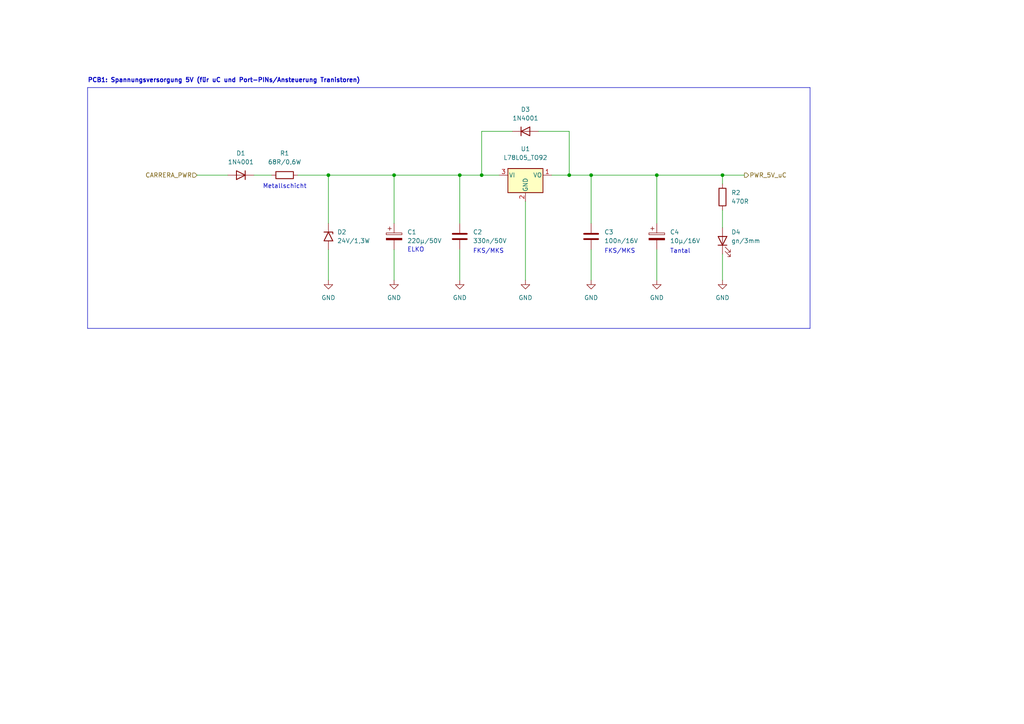
<source format=kicad_sch>
(kicad_sch
	(version 20231120)
	(generator "eeschema")
	(generator_version "8.0")
	(uuid "db370726-aab9-4a45-9583-0b3fb8d3f5f2")
	(paper "A4")
	(title_block
		(title "Carrera Start-Ampel \"Bäre(n)keller\"")
		(date "2023-01-10")
		(rev "1.0")
		(company "Andreas Wahl - Welzheim")
		(comment 1 "https://www.andreas-wahl.de/")
		(comment 4 "LICENSE: Attribution-NonCommercial-NoDerivatives 4.0 International (CC BY-NC-ND 4.0) ")
	)
	(lib_symbols
		(symbol "1N4001_1"
			(pin_numbers hide)
			(pin_names hide)
			(exclude_from_sim no)
			(in_bom yes)
			(on_board yes)
			(property "Reference" "D"
				(at 0 2.54 0)
				(effects
					(font
						(size 1.27 1.27)
					)
				)
			)
			(property "Value" "1N4001"
				(at 0 -2.54 0)
				(effects
					(font
						(size 1.27 1.27)
					)
				)
			)
			(property "Footprint" "Diode_THT:D_DO-41_SOD81_P10.16mm_Horizontal"
				(at 0 0 0)
				(effects
					(font
						(size 1.27 1.27)
					)
					(hide yes)
				)
			)
			(property "Datasheet" "http://www.vishay.com/docs/88503/1n4001.pdf"
				(at 0 0 0)
				(effects
					(font
						(size 1.27 1.27)
					)
					(hide yes)
				)
			)
			(property "Description" "50V 1A General Purpose Rectifier Diode, DO-41"
				(at 0 0 0)
				(effects
					(font
						(size 1.27 1.27)
					)
					(hide yes)
				)
			)
			(property "Sim.Device" "D"
				(at 0 0 0)
				(effects
					(font
						(size 1.27 1.27)
					)
					(hide yes)
				)
			)
			(property "Sim.Pins" "1=K 2=A"
				(at 0 0 0)
				(effects
					(font
						(size 1.27 1.27)
					)
					(hide yes)
				)
			)
			(property "ki_keywords" "diode"
				(at 0 0 0)
				(effects
					(font
						(size 1.27 1.27)
					)
					(hide yes)
				)
			)
			(property "ki_fp_filters" "D*DO?41*"
				(at 0 0 0)
				(effects
					(font
						(size 1.27 1.27)
					)
					(hide yes)
				)
			)
			(symbol "1N4001_1_0_1"
				(polyline
					(pts
						(xy -1.27 1.27) (xy -1.27 -1.27)
					)
					(stroke
						(width 0.254)
						(type default)
					)
					(fill
						(type none)
					)
				)
				(polyline
					(pts
						(xy 1.27 0) (xy -1.27 0)
					)
					(stroke
						(width 0)
						(type default)
					)
					(fill
						(type none)
					)
				)
				(polyline
					(pts
						(xy 1.27 1.27) (xy 1.27 -1.27) (xy -1.27 0) (xy 1.27 1.27)
					)
					(stroke
						(width 0.254)
						(type default)
					)
					(fill
						(type none)
					)
				)
			)
			(symbol "1N4001_1_1_1"
				(pin passive line
					(at -3.81 0 0)
					(length 2.54)
					(name "K"
						(effects
							(font
								(size 1.27 1.27)
							)
						)
					)
					(number "1"
						(effects
							(font
								(size 1.27 1.27)
							)
						)
					)
				)
				(pin passive line
					(at 3.81 0 180)
					(length 2.54)
					(name "A"
						(effects
							(font
								(size 1.27 1.27)
							)
						)
					)
					(number "2"
						(effects
							(font
								(size 1.27 1.27)
							)
						)
					)
				)
			)
		)
		(symbol "Device:C"
			(pin_numbers hide)
			(pin_names
				(offset 0.254)
			)
			(exclude_from_sim no)
			(in_bom yes)
			(on_board yes)
			(property "Reference" "C"
				(at 0.635 2.54 0)
				(effects
					(font
						(size 1.27 1.27)
					)
					(justify left)
				)
			)
			(property "Value" "C"
				(at 0.635 -2.54 0)
				(effects
					(font
						(size 1.27 1.27)
					)
					(justify left)
				)
			)
			(property "Footprint" ""
				(at 0.9652 -3.81 0)
				(effects
					(font
						(size 1.27 1.27)
					)
					(hide yes)
				)
			)
			(property "Datasheet" "~"
				(at 0 0 0)
				(effects
					(font
						(size 1.27 1.27)
					)
					(hide yes)
				)
			)
			(property "Description" "Unpolarized capacitor"
				(at 0 0 0)
				(effects
					(font
						(size 1.27 1.27)
					)
					(hide yes)
				)
			)
			(property "ki_keywords" "cap capacitor"
				(at 0 0 0)
				(effects
					(font
						(size 1.27 1.27)
					)
					(hide yes)
				)
			)
			(property "ki_fp_filters" "C_*"
				(at 0 0 0)
				(effects
					(font
						(size 1.27 1.27)
					)
					(hide yes)
				)
			)
			(symbol "C_0_1"
				(polyline
					(pts
						(xy -2.032 -0.762) (xy 2.032 -0.762)
					)
					(stroke
						(width 0.508)
						(type default)
					)
					(fill
						(type none)
					)
				)
				(polyline
					(pts
						(xy -2.032 0.762) (xy 2.032 0.762)
					)
					(stroke
						(width 0.508)
						(type default)
					)
					(fill
						(type none)
					)
				)
			)
			(symbol "C_1_1"
				(pin passive line
					(at 0 3.81 270)
					(length 2.794)
					(name "~"
						(effects
							(font
								(size 1.27 1.27)
							)
						)
					)
					(number "1"
						(effects
							(font
								(size 1.27 1.27)
							)
						)
					)
				)
				(pin passive line
					(at 0 -3.81 90)
					(length 2.794)
					(name "~"
						(effects
							(font
								(size 1.27 1.27)
							)
						)
					)
					(number "2"
						(effects
							(font
								(size 1.27 1.27)
							)
						)
					)
				)
			)
		)
		(symbol "Device:C_Polarized"
			(pin_numbers hide)
			(pin_names
				(offset 0.254)
			)
			(exclude_from_sim no)
			(in_bom yes)
			(on_board yes)
			(property "Reference" "C"
				(at 0.635 2.54 0)
				(effects
					(font
						(size 1.27 1.27)
					)
					(justify left)
				)
			)
			(property "Value" "C_Polarized"
				(at 0.635 -2.54 0)
				(effects
					(font
						(size 1.27 1.27)
					)
					(justify left)
				)
			)
			(property "Footprint" ""
				(at 0.9652 -3.81 0)
				(effects
					(font
						(size 1.27 1.27)
					)
					(hide yes)
				)
			)
			(property "Datasheet" "~"
				(at 0 0 0)
				(effects
					(font
						(size 1.27 1.27)
					)
					(hide yes)
				)
			)
			(property "Description" "Polarized capacitor"
				(at 0 0 0)
				(effects
					(font
						(size 1.27 1.27)
					)
					(hide yes)
				)
			)
			(property "ki_keywords" "cap capacitor"
				(at 0 0 0)
				(effects
					(font
						(size 1.27 1.27)
					)
					(hide yes)
				)
			)
			(property "ki_fp_filters" "CP_*"
				(at 0 0 0)
				(effects
					(font
						(size 1.27 1.27)
					)
					(hide yes)
				)
			)
			(symbol "C_Polarized_0_1"
				(rectangle
					(start -2.286 0.508)
					(end 2.286 1.016)
					(stroke
						(width 0)
						(type default)
					)
					(fill
						(type none)
					)
				)
				(polyline
					(pts
						(xy -1.778 2.286) (xy -0.762 2.286)
					)
					(stroke
						(width 0)
						(type default)
					)
					(fill
						(type none)
					)
				)
				(polyline
					(pts
						(xy -1.27 2.794) (xy -1.27 1.778)
					)
					(stroke
						(width 0)
						(type default)
					)
					(fill
						(type none)
					)
				)
				(rectangle
					(start 2.286 -0.508)
					(end -2.286 -1.016)
					(stroke
						(width 0)
						(type default)
					)
					(fill
						(type outline)
					)
				)
			)
			(symbol "C_Polarized_1_1"
				(pin passive line
					(at 0 3.81 270)
					(length 2.794)
					(name "~"
						(effects
							(font
								(size 1.27 1.27)
							)
						)
					)
					(number "1"
						(effects
							(font
								(size 1.27 1.27)
							)
						)
					)
				)
				(pin passive line
					(at 0 -3.81 90)
					(length 2.794)
					(name "~"
						(effects
							(font
								(size 1.27 1.27)
							)
						)
					)
					(number "2"
						(effects
							(font
								(size 1.27 1.27)
							)
						)
					)
				)
			)
		)
		(symbol "Device:LED"
			(pin_numbers hide)
			(pin_names
				(offset 1.016) hide)
			(exclude_from_sim no)
			(in_bom yes)
			(on_board yes)
			(property "Reference" "D"
				(at 0 2.54 0)
				(effects
					(font
						(size 1.27 1.27)
					)
				)
			)
			(property "Value" "LED"
				(at 0 -2.54 0)
				(effects
					(font
						(size 1.27 1.27)
					)
				)
			)
			(property "Footprint" ""
				(at 0 0 0)
				(effects
					(font
						(size 1.27 1.27)
					)
					(hide yes)
				)
			)
			(property "Datasheet" "~"
				(at 0 0 0)
				(effects
					(font
						(size 1.27 1.27)
					)
					(hide yes)
				)
			)
			(property "Description" "Light emitting diode"
				(at 0 0 0)
				(effects
					(font
						(size 1.27 1.27)
					)
					(hide yes)
				)
			)
			(property "ki_keywords" "LED diode"
				(at 0 0 0)
				(effects
					(font
						(size 1.27 1.27)
					)
					(hide yes)
				)
			)
			(property "ki_fp_filters" "LED* LED_SMD:* LED_THT:*"
				(at 0 0 0)
				(effects
					(font
						(size 1.27 1.27)
					)
					(hide yes)
				)
			)
			(symbol "LED_0_1"
				(polyline
					(pts
						(xy -1.27 -1.27) (xy -1.27 1.27)
					)
					(stroke
						(width 0.254)
						(type default)
					)
					(fill
						(type none)
					)
				)
				(polyline
					(pts
						(xy -1.27 0) (xy 1.27 0)
					)
					(stroke
						(width 0)
						(type default)
					)
					(fill
						(type none)
					)
				)
				(polyline
					(pts
						(xy 1.27 -1.27) (xy 1.27 1.27) (xy -1.27 0) (xy 1.27 -1.27)
					)
					(stroke
						(width 0.254)
						(type default)
					)
					(fill
						(type none)
					)
				)
				(polyline
					(pts
						(xy -3.048 -0.762) (xy -4.572 -2.286) (xy -3.81 -2.286) (xy -4.572 -2.286) (xy -4.572 -1.524)
					)
					(stroke
						(width 0)
						(type default)
					)
					(fill
						(type none)
					)
				)
				(polyline
					(pts
						(xy -1.778 -0.762) (xy -3.302 -2.286) (xy -2.54 -2.286) (xy -3.302 -2.286) (xy -3.302 -1.524)
					)
					(stroke
						(width 0)
						(type default)
					)
					(fill
						(type none)
					)
				)
			)
			(symbol "LED_1_1"
				(pin passive line
					(at -3.81 0 0)
					(length 2.54)
					(name "K"
						(effects
							(font
								(size 1.27 1.27)
							)
						)
					)
					(number "1"
						(effects
							(font
								(size 1.27 1.27)
							)
						)
					)
				)
				(pin passive line
					(at 3.81 0 180)
					(length 2.54)
					(name "A"
						(effects
							(font
								(size 1.27 1.27)
							)
						)
					)
					(number "2"
						(effects
							(font
								(size 1.27 1.27)
							)
						)
					)
				)
			)
		)
		(symbol "Device:R"
			(pin_numbers hide)
			(pin_names
				(offset 0)
			)
			(exclude_from_sim no)
			(in_bom yes)
			(on_board yes)
			(property "Reference" "R"
				(at 2.032 0 90)
				(effects
					(font
						(size 1.27 1.27)
					)
				)
			)
			(property "Value" "R"
				(at 0 0 90)
				(effects
					(font
						(size 1.27 1.27)
					)
				)
			)
			(property "Footprint" ""
				(at -1.778 0 90)
				(effects
					(font
						(size 1.27 1.27)
					)
					(hide yes)
				)
			)
			(property "Datasheet" "~"
				(at 0 0 0)
				(effects
					(font
						(size 1.27 1.27)
					)
					(hide yes)
				)
			)
			(property "Description" "Resistor"
				(at 0 0 0)
				(effects
					(font
						(size 1.27 1.27)
					)
					(hide yes)
				)
			)
			(property "ki_keywords" "R res resistor"
				(at 0 0 0)
				(effects
					(font
						(size 1.27 1.27)
					)
					(hide yes)
				)
			)
			(property "ki_fp_filters" "R_*"
				(at 0 0 0)
				(effects
					(font
						(size 1.27 1.27)
					)
					(hide yes)
				)
			)
			(symbol "R_0_1"
				(rectangle
					(start -1.016 -2.54)
					(end 1.016 2.54)
					(stroke
						(width 0.254)
						(type default)
					)
					(fill
						(type none)
					)
				)
			)
			(symbol "R_1_1"
				(pin passive line
					(at 0 3.81 270)
					(length 1.27)
					(name "~"
						(effects
							(font
								(size 1.27 1.27)
							)
						)
					)
					(number "1"
						(effects
							(font
								(size 1.27 1.27)
							)
						)
					)
				)
				(pin passive line
					(at 0 -3.81 90)
					(length 1.27)
					(name "~"
						(effects
							(font
								(size 1.27 1.27)
							)
						)
					)
					(number "2"
						(effects
							(font
								(size 1.27 1.27)
							)
						)
					)
				)
			)
		)
		(symbol "Diode:1N4001"
			(pin_numbers hide)
			(pin_names hide)
			(exclude_from_sim no)
			(in_bom yes)
			(on_board yes)
			(property "Reference" "D"
				(at 0 2.54 0)
				(effects
					(font
						(size 1.27 1.27)
					)
				)
			)
			(property "Value" "1N4001"
				(at 0 -2.54 0)
				(effects
					(font
						(size 1.27 1.27)
					)
				)
			)
			(property "Footprint" "Diode_THT:D_DO-41_SOD81_P10.16mm_Horizontal"
				(at 0 0 0)
				(effects
					(font
						(size 1.27 1.27)
					)
					(hide yes)
				)
			)
			(property "Datasheet" "http://www.vishay.com/docs/88503/1n4001.pdf"
				(at 0 0 0)
				(effects
					(font
						(size 1.27 1.27)
					)
					(hide yes)
				)
			)
			(property "Description" "50V 1A General Purpose Rectifier Diode, DO-41"
				(at 0 0 0)
				(effects
					(font
						(size 1.27 1.27)
					)
					(hide yes)
				)
			)
			(property "Sim.Device" "D"
				(at 0 0 0)
				(effects
					(font
						(size 1.27 1.27)
					)
					(hide yes)
				)
			)
			(property "Sim.Pins" "1=K 2=A"
				(at 0 0 0)
				(effects
					(font
						(size 1.27 1.27)
					)
					(hide yes)
				)
			)
			(property "ki_keywords" "diode"
				(at 0 0 0)
				(effects
					(font
						(size 1.27 1.27)
					)
					(hide yes)
				)
			)
			(property "ki_fp_filters" "D*DO?41*"
				(at 0 0 0)
				(effects
					(font
						(size 1.27 1.27)
					)
					(hide yes)
				)
			)
			(symbol "1N4001_0_1"
				(polyline
					(pts
						(xy -1.27 1.27) (xy -1.27 -1.27)
					)
					(stroke
						(width 0.254)
						(type default)
					)
					(fill
						(type none)
					)
				)
				(polyline
					(pts
						(xy 1.27 0) (xy -1.27 0)
					)
					(stroke
						(width 0)
						(type default)
					)
					(fill
						(type none)
					)
				)
				(polyline
					(pts
						(xy 1.27 1.27) (xy 1.27 -1.27) (xy -1.27 0) (xy 1.27 1.27)
					)
					(stroke
						(width 0.254)
						(type default)
					)
					(fill
						(type none)
					)
				)
			)
			(symbol "1N4001_1_1"
				(pin passive line
					(at -3.81 0 0)
					(length 2.54)
					(name "K"
						(effects
							(font
								(size 1.27 1.27)
							)
						)
					)
					(number "1"
						(effects
							(font
								(size 1.27 1.27)
							)
						)
					)
				)
				(pin passive line
					(at 3.81 0 180)
					(length 2.54)
					(name "A"
						(effects
							(font
								(size 1.27 1.27)
							)
						)
					)
					(number "2"
						(effects
							(font
								(size 1.27 1.27)
							)
						)
					)
				)
			)
		)
		(symbol "Regulator_Linear:L78L05_TO92"
			(pin_names
				(offset 0.254)
			)
			(exclude_from_sim no)
			(in_bom yes)
			(on_board yes)
			(property "Reference" "U"
				(at -3.81 3.175 0)
				(effects
					(font
						(size 1.27 1.27)
					)
				)
			)
			(property "Value" "L78L05_TO92"
				(at 0 3.175 0)
				(effects
					(font
						(size 1.27 1.27)
					)
					(justify left)
				)
			)
			(property "Footprint" "Package_TO_SOT_THT:TO-92_Inline"
				(at 0 5.715 0)
				(effects
					(font
						(size 1.27 1.27)
						(italic yes)
					)
					(hide yes)
				)
			)
			(property "Datasheet" "http://www.st.com/content/ccc/resource/technical/document/datasheet/15/55/e5/aa/23/5b/43/fd/CD00000446.pdf/files/CD00000446.pdf/jcr:content/translations/en.CD00000446.pdf"
				(at 0 -1.27 0)
				(effects
					(font
						(size 1.27 1.27)
					)
					(hide yes)
				)
			)
			(property "Description" "Positive 100mA 30V Linear Regulator, Fixed Output 5V, TO-92"
				(at 0 0 0)
				(effects
					(font
						(size 1.27 1.27)
					)
					(hide yes)
				)
			)
			(property "ki_keywords" "Voltage Regulator 100mA Positive"
				(at 0 0 0)
				(effects
					(font
						(size 1.27 1.27)
					)
					(hide yes)
				)
			)
			(property "ki_fp_filters" "TO?92*"
				(at 0 0 0)
				(effects
					(font
						(size 1.27 1.27)
					)
					(hide yes)
				)
			)
			(symbol "L78L05_TO92_0_1"
				(rectangle
					(start -5.08 -5.08)
					(end 5.08 1.905)
					(stroke
						(width 0.254)
						(type default)
					)
					(fill
						(type background)
					)
				)
			)
			(symbol "L78L05_TO92_1_1"
				(pin power_out line
					(at 7.62 0 180)
					(length 2.54)
					(name "VO"
						(effects
							(font
								(size 1.27 1.27)
							)
						)
					)
					(number "1"
						(effects
							(font
								(size 1.27 1.27)
							)
						)
					)
				)
				(pin power_in line
					(at 0 -7.62 90)
					(length 2.54)
					(name "GND"
						(effects
							(font
								(size 1.27 1.27)
							)
						)
					)
					(number "2"
						(effects
							(font
								(size 1.27 1.27)
							)
						)
					)
				)
				(pin power_in line
					(at -7.62 0 0)
					(length 2.54)
					(name "VI"
						(effects
							(font
								(size 1.27 1.27)
							)
						)
					)
					(number "3"
						(effects
							(font
								(size 1.27 1.27)
							)
						)
					)
				)
			)
		)
		(symbol "Wahl_Andreas:P6KE"
			(pin_numbers hide)
			(pin_names
				(offset 1.016) hide)
			(exclude_from_sim no)
			(in_bom yes)
			(on_board yes)
			(property "Reference" "D"
				(at 0 2.54 0)
				(effects
					(font
						(size 1.27 1.27)
					)
				)
			)
			(property "Value" "P6KE"
				(at 0 -2.54 0)
				(effects
					(font
						(size 1.27 1.27)
					)
				)
			)
			(property "Footprint" "Diode_THT:D_DO-15_P10.16mm_Horizontal"
				(at 0 -5.08 0)
				(effects
					(font
						(size 1.27 1.27)
					)
					(hide yes)
				)
			)
			(property "Datasheet" "https://www.vishay.com/docs/88369/p6ke.pdf"
				(at -1.27 -7.62 0)
				(effects
					(font
						(size 1.27 1.27)
					)
					(hide yes)
				)
			)
			(property "Description" "600W unidirectional TRANSZORB® Transient Voltage Suppressor, DO-15 (DO-204AC"
				(at 0 0 0)
				(effects
					(font
						(size 1.27 1.27)
					)
					(hide yes)
				)
			)
			(property "ki_keywords" "diode TVS voltage suppressor"
				(at 0 0 0)
				(effects
					(font
						(size 1.27 1.27)
					)
					(hide yes)
				)
			)
			(property "ki_fp_filters" "D?DO?201AE*"
				(at 0 0 0)
				(effects
					(font
						(size 1.27 1.27)
					)
					(hide yes)
				)
			)
			(symbol "P6KE_0_1"
				(polyline
					(pts
						(xy -0.762 1.27) (xy -1.27 1.27) (xy -1.27 -1.27)
					)
					(stroke
						(width 0.254)
						(type default)
					)
					(fill
						(type none)
					)
				)
				(polyline
					(pts
						(xy 1.27 1.27) (xy 1.27 -1.27) (xy -1.27 0) (xy 1.27 1.27)
					)
					(stroke
						(width 0.254)
						(type default)
					)
					(fill
						(type none)
					)
				)
			)
			(symbol "P6KE_1_1"
				(pin passive line
					(at -3.81 0 0)
					(length 2.54)
					(name "A1"
						(effects
							(font
								(size 1.27 1.27)
							)
						)
					)
					(number "1"
						(effects
							(font
								(size 1.27 1.27)
							)
						)
					)
				)
				(pin passive line
					(at 3.81 0 180)
					(length 2.54)
					(name "A2"
						(effects
							(font
								(size 1.27 1.27)
							)
						)
					)
					(number "2"
						(effects
							(font
								(size 1.27 1.27)
							)
						)
					)
				)
			)
		)
		(symbol "power:GND"
			(power)
			(pin_names
				(offset 0)
			)
			(exclude_from_sim no)
			(in_bom yes)
			(on_board yes)
			(property "Reference" "#PWR"
				(at 0 -6.35 0)
				(effects
					(font
						(size 1.27 1.27)
					)
					(hide yes)
				)
			)
			(property "Value" "GND"
				(at 0 -3.81 0)
				(effects
					(font
						(size 1.27 1.27)
					)
				)
			)
			(property "Footprint" ""
				(at 0 0 0)
				(effects
					(font
						(size 1.27 1.27)
					)
					(hide yes)
				)
			)
			(property "Datasheet" ""
				(at 0 0 0)
				(effects
					(font
						(size 1.27 1.27)
					)
					(hide yes)
				)
			)
			(property "Description" "Power symbol creates a global label with name \"GND\" , ground"
				(at 0 0 0)
				(effects
					(font
						(size 1.27 1.27)
					)
					(hide yes)
				)
			)
			(property "ki_keywords" "global power"
				(at 0 0 0)
				(effects
					(font
						(size 1.27 1.27)
					)
					(hide yes)
				)
			)
			(symbol "GND_0_1"
				(polyline
					(pts
						(xy 0 0) (xy 0 -1.27) (xy 1.27 -1.27) (xy 0 -2.54) (xy -1.27 -1.27) (xy 0 -1.27)
					)
					(stroke
						(width 0)
						(type default)
					)
					(fill
						(type none)
					)
				)
			)
			(symbol "GND_1_1"
				(pin power_in line
					(at 0 0 270)
					(length 0) hide
					(name "GND"
						(effects
							(font
								(size 1.27 1.27)
							)
						)
					)
					(number "1"
						(effects
							(font
								(size 1.27 1.27)
							)
						)
					)
				)
			)
		)
	)
	(junction
		(at 190.5 50.8)
		(diameter 0)
		(color 0 0 0 0)
		(uuid "10b9899f-a30c-46e3-b38f-5a23164dcab4")
	)
	(junction
		(at 139.7 50.8)
		(diameter 0)
		(color 0 0 0 0)
		(uuid "15e8261a-9fc3-47a1-89ca-22f82a0348c0")
	)
	(junction
		(at 165.1 50.8)
		(diameter 0)
		(color 0 0 0 0)
		(uuid "1e574fcc-b616-40a0-9a1f-4c1619ed1df4")
	)
	(junction
		(at 114.3 50.8)
		(diameter 0)
		(color 0 0 0 0)
		(uuid "5958113a-2b63-4b78-ad7c-4986967fcf1d")
	)
	(junction
		(at 209.55 50.8)
		(diameter 0)
		(color 0 0 0 0)
		(uuid "802355a1-6df1-4123-9e68-b7d30d79f892")
	)
	(junction
		(at 171.45 50.8)
		(diameter 0)
		(color 0 0 0 0)
		(uuid "86222812-ff2b-4f3c-9281-563610663953")
	)
	(junction
		(at 133.35 50.8)
		(diameter 0)
		(color 0 0 0 0)
		(uuid "d2ed25f5-e8fd-4ee1-a1c7-adc202e07c88")
	)
	(junction
		(at 95.25 50.8)
		(diameter 0)
		(color 0 0 0 0)
		(uuid "e19b856e-b54a-45bb-b0af-0a8b9370173c")
	)
	(wire
		(pts
			(xy 133.35 50.8) (xy 139.7 50.8)
		)
		(stroke
			(width 0)
			(type default)
		)
		(uuid "020691ec-cdec-4ed6-8249-0c2d1f9fd508")
	)
	(wire
		(pts
			(xy 133.35 50.8) (xy 133.35 64.77)
		)
		(stroke
			(width 0)
			(type default)
		)
		(uuid "055fd20a-bae3-4db0-ada8-2cd5f9504dc8")
	)
	(wire
		(pts
			(xy 171.45 50.8) (xy 190.5 50.8)
		)
		(stroke
			(width 0)
			(type default)
		)
		(uuid "0847050c-b4d0-4c55-8384-af6ff6c2e926")
	)
	(wire
		(pts
			(xy 209.55 50.8) (xy 209.55 53.34)
		)
		(stroke
			(width 0)
			(type default)
		)
		(uuid "0e05b6fe-5a95-4180-b6d5-6547485ed647")
	)
	(wire
		(pts
			(xy 209.55 50.8) (xy 215.9 50.8)
		)
		(stroke
			(width 0)
			(type default)
		)
		(uuid "0f258799-8ae6-4a34-ba55-e473de5068ca")
	)
	(wire
		(pts
			(xy 171.45 50.8) (xy 171.45 64.77)
		)
		(stroke
			(width 0)
			(type default)
		)
		(uuid "108a84d8-8a5c-41b7-974a-b6260023471e")
	)
	(wire
		(pts
			(xy 73.66 50.8) (xy 78.74 50.8)
		)
		(stroke
			(width 0)
			(type default)
		)
		(uuid "17f0aa36-8ef2-4e70-843d-08846cd7493b")
	)
	(wire
		(pts
			(xy 57.15 50.8) (xy 66.04 50.8)
		)
		(stroke
			(width 0)
			(type default)
		)
		(uuid "1f1b6c99-a2fb-4031-a185-129372e40163")
	)
	(wire
		(pts
			(xy 95.25 72.39) (xy 95.25 81.28)
		)
		(stroke
			(width 0)
			(type default)
		)
		(uuid "2189455d-3c1f-4d38-8971-d4b0dd2ba5ae")
	)
	(wire
		(pts
			(xy 190.5 50.8) (xy 190.5 64.77)
		)
		(stroke
			(width 0)
			(type default)
		)
		(uuid "23e36257-5dd9-44fa-a33b-31a2b909b4cd")
	)
	(wire
		(pts
			(xy 190.5 72.39) (xy 190.5 81.28)
		)
		(stroke
			(width 0)
			(type default)
		)
		(uuid "36232c92-8f9c-4be8-a6ed-e75aaa5aafb1")
	)
	(wire
		(pts
			(xy 190.5 50.8) (xy 209.55 50.8)
		)
		(stroke
			(width 0)
			(type default)
		)
		(uuid "40bd6bbd-1e6f-418e-8d43-353111cbad9c")
	)
	(wire
		(pts
			(xy 114.3 72.39) (xy 114.3 81.28)
		)
		(stroke
			(width 0)
			(type default)
		)
		(uuid "45901dc7-f7dd-40b7-87aa-f3c4da109c12")
	)
	(wire
		(pts
			(xy 160.02 50.8) (xy 165.1 50.8)
		)
		(stroke
			(width 0)
			(type default)
		)
		(uuid "461fb93d-5b5b-42da-828d-4ae2b141e3cc")
	)
	(wire
		(pts
			(xy 86.36 50.8) (xy 95.25 50.8)
		)
		(stroke
			(width 0)
			(type default)
		)
		(uuid "49515339-9c96-4343-a06b-a5135fd54d8f")
	)
	(wire
		(pts
			(xy 114.3 50.8) (xy 133.35 50.8)
		)
		(stroke
			(width 0)
			(type default)
		)
		(uuid "4bb7f58b-68b9-4f59-8a2a-22626d5c1d02")
	)
	(wire
		(pts
			(xy 209.55 73.66) (xy 209.55 81.28)
		)
		(stroke
			(width 0)
			(type default)
		)
		(uuid "64943e6e-ad68-44bf-8b9a-ac7ed0ed8f4e")
	)
	(wire
		(pts
			(xy 139.7 50.8) (xy 144.78 50.8)
		)
		(stroke
			(width 0)
			(type default)
		)
		(uuid "7173ecaa-b0da-47cc-9e18-0553b6795782")
	)
	(wire
		(pts
			(xy 95.25 50.8) (xy 95.25 64.77)
		)
		(stroke
			(width 0)
			(type default)
		)
		(uuid "94e96235-043b-4362-9335-bf856ae4f6c2")
	)
	(polyline
		(pts
			(xy 25.4 25.4) (xy 234.95 25.4)
		)
		(stroke
			(width 0)
			(type default)
		)
		(uuid "a3960dfa-4d19-424e-82a9-fbebf732f398")
	)
	(wire
		(pts
			(xy 139.7 38.1) (xy 139.7 50.8)
		)
		(stroke
			(width 0)
			(type default)
		)
		(uuid "aac63dbb-7ec0-4535-b0a2-11f87de4f8a9")
	)
	(wire
		(pts
			(xy 209.55 60.96) (xy 209.55 66.04)
		)
		(stroke
			(width 0)
			(type default)
		)
		(uuid "ad0b2c68-82c6-42dc-9f4e-ab2ebb13aca3")
	)
	(wire
		(pts
			(xy 133.35 72.39) (xy 133.35 81.28)
		)
		(stroke
			(width 0)
			(type default)
		)
		(uuid "b0f5f74a-f714-41b3-b07a-1c4e59427b8c")
	)
	(wire
		(pts
			(xy 165.1 38.1) (xy 156.21 38.1)
		)
		(stroke
			(width 0)
			(type default)
		)
		(uuid "b2d86298-da9b-4c87-b237-7e32bb2172cb")
	)
	(polyline
		(pts
			(xy 234.95 95.25) (xy 25.4 95.25)
		)
		(stroke
			(width 0)
			(type default)
		)
		(uuid "bf73bd89-e7cd-4452-9abe-8ebca5072d19")
	)
	(wire
		(pts
			(xy 165.1 50.8) (xy 171.45 50.8)
		)
		(stroke
			(width 0)
			(type default)
		)
		(uuid "ce023790-c94d-40d8-87fb-f3353cd160bc")
	)
	(wire
		(pts
			(xy 148.59 38.1) (xy 139.7 38.1)
		)
		(stroke
			(width 0)
			(type default)
		)
		(uuid "d72902a0-6dc8-4feb-af2c-b21b739876db")
	)
	(wire
		(pts
			(xy 114.3 50.8) (xy 114.3 64.77)
		)
		(stroke
			(width 0)
			(type default)
		)
		(uuid "d97870c8-4832-437d-b769-3d0a9e8376bd")
	)
	(wire
		(pts
			(xy 95.25 50.8) (xy 114.3 50.8)
		)
		(stroke
			(width 0)
			(type default)
		)
		(uuid "dea3a560-562a-4bb4-ae83-bb60b992c256")
	)
	(polyline
		(pts
			(xy 234.95 25.4) (xy 234.95 95.25)
		)
		(stroke
			(width 0)
			(type default)
		)
		(uuid "e6ff267e-42e7-4667-8a9f-4a8abe4ed9b6")
	)
	(wire
		(pts
			(xy 165.1 50.8) (xy 165.1 38.1)
		)
		(stroke
			(width 0)
			(type default)
		)
		(uuid "e928b0a1-598f-44ea-9729-6f042ba79b83")
	)
	(wire
		(pts
			(xy 152.4 58.42) (xy 152.4 81.28)
		)
		(stroke
			(width 0)
			(type default)
		)
		(uuid "eb53b8c9-78a1-432c-8f40-c2413a3f0be5")
	)
	(polyline
		(pts
			(xy 25.4 25.4) (xy 25.4 95.25)
		)
		(stroke
			(width 0)
			(type default)
		)
		(uuid "fd2ef55a-500d-4a71-8dc8-cdee0a53400b")
	)
	(wire
		(pts
			(xy 171.45 72.39) (xy 171.45 81.28)
		)
		(stroke
			(width 0)
			(type default)
		)
		(uuid "fed2f992-94af-4dee-abcd-b7d93d6b7636")
	)
	(text "Tantal\n"
		(exclude_from_sim no)
		(at 194.31 73.66 0)
		(effects
			(font
				(size 1.27 1.27)
			)
			(justify left bottom)
		)
		(uuid "1fc53385-52a4-45bc-8dac-5f2fa3ecd4b4")
	)
	(text "Metallschicht"
		(exclude_from_sim no)
		(at 76.2 54.864 0)
		(effects
			(font
				(size 1.27 1.27)
			)
			(justify left bottom)
		)
		(uuid "400f9439-3322-4607-8da9-a98f2a8d1381")
	)
	(text "ELKO"
		(exclude_from_sim no)
		(at 118.11 73.2791 0)
		(effects
			(font
				(size 1.27 1.27)
			)
			(justify left bottom)
		)
		(uuid "476105b3-f31e-4cee-a9d9-f8b8cf4a4334")
	)
	(text "PCB1: Spannungsversorgung 5V (für uC und Port-PINs/Ansteuerung Tranistoren)"
		(exclude_from_sim no)
		(at 25.4 24.13 0)
		(effects
			(font
				(size 1.27 1.27)
				(thickness 0.254)
				(bold yes)
			)
			(justify left bottom)
		)
		(uuid "6c272b52-1d1c-4227-8cee-c4a91cf52bf3")
	)
	(text "FKS/MKS"
		(exclude_from_sim no)
		(at 137.16 73.66 0)
		(effects
			(font
				(size 1.27 1.27)
			)
			(justify left bottom)
		)
		(uuid "98636e0b-63c9-429e-8630-9ff12a8a53c6")
	)
	(text "FKS/MKS"
		(exclude_from_sim no)
		(at 175.26 73.66 0)
		(effects
			(font
				(size 1.27 1.27)
			)
			(justify left bottom)
		)
		(uuid "e80103aa-5561-41fe-a0b4-fba0004b739b")
	)
	(hierarchical_label "PWR_5V_uC"
		(shape output)
		(at 215.9 50.8 0)
		(fields_autoplaced yes)
		(effects
			(font
				(size 1.27 1.27)
			)
			(justify left)
		)
		(uuid "aa43b791-780a-4166-af38-50fddb0afcd0")
	)
	(hierarchical_label "CARRERA_PWR"
		(shape input)
		(at 57.15 50.8 180)
		(fields_autoplaced yes)
		(effects
			(font
				(size 1.27 1.27)
			)
			(justify right)
		)
		(uuid "de858a9d-c2b7-4285-9e53-c0096aaf4086")
	)
	(symbol
		(lib_id "power:GND")
		(at 114.3 81.28 0)
		(unit 1)
		(exclude_from_sim no)
		(in_bom yes)
		(on_board yes)
		(dnp no)
		(fields_autoplaced yes)
		(uuid "0e3b1324-1b96-4a73-9698-3b1d05bc0e37")
		(property "Reference" "#PWR0104"
			(at 114.3 87.63 0)
			(effects
				(font
					(size 1.27 1.27)
				)
				(hide yes)
			)
		)
		(property "Value" "GND"
			(at 114.3 86.36 0)
			(effects
				(font
					(size 1.27 1.27)
				)
			)
		)
		(property "Footprint" ""
			(at 114.3 81.28 0)
			(effects
				(font
					(size 1.27 1.27)
				)
				(hide yes)
			)
		)
		(property "Datasheet" ""
			(at 114.3 81.28 0)
			(effects
				(font
					(size 1.27 1.27)
				)
				(hide yes)
			)
		)
		(property "Description" ""
			(at 114.3 81.28 0)
			(effects
				(font
					(size 1.27 1.27)
				)
				(hide yes)
			)
		)
		(pin "1"
			(uuid "e474d487-220d-413f-81aa-509f248ddd17")
		)
		(instances
			(project "PCB1_Mainboard"
				(path "/8996c1d0-55fd-47da-9d43-474049ef0ba9/0f62e92c-dce6-45dc-a560-b9db10f66ff3"
					(reference "#PWR0104")
					(unit 1)
				)
			)
			(project ""
				(path "/e63e39d7-6ac0-4ffd-8aa3-1841a4541b55/3c7225be-0e5f-435d-9f37-bd4538e8d536/0f62e92c-dce6-45dc-a560-b9db10f66ff3"
					(reference "#PWR0104")
					(unit 1)
				)
			)
		)
	)
	(symbol
		(lib_id "Regulator_Linear:L78L05_TO92")
		(at 152.4 50.8 0)
		(unit 1)
		(exclude_from_sim no)
		(in_bom yes)
		(on_board yes)
		(dnp no)
		(fields_autoplaced yes)
		(uuid "0fe1512b-d777-4854-b9d4-e062a435f64f")
		(property "Reference" "U1"
			(at 152.4 43.18 0)
			(effects
				(font
					(size 1.27 1.27)
				)
			)
		)
		(property "Value" "L78L05_TO92"
			(at 152.4 45.72 0)
			(effects
				(font
					(size 1.27 1.27)
				)
			)
		)
		(property "Footprint" "Package_TO_SOT_THT:TO-92_Wide"
			(at 152.4 45.085 0)
			(effects
				(font
					(size 1.27 1.27)
					(italic yes)
				)
				(hide yes)
			)
		)
		(property "Datasheet" "http://www.st.com/content/ccc/resource/technical/document/datasheet/15/55/e5/aa/23/5b/43/fd/CD00000446.pdf/files/CD00000446.pdf/jcr:content/translations/en.CD00000446.pdf"
			(at 152.4 52.07 0)
			(effects
				(font
					(size 1.27 1.27)
				)
				(hide yes)
			)
		)
		(property "Description" ""
			(at 152.4 50.8 0)
			(effects
				(font
					(size 1.27 1.27)
				)
				(hide yes)
			)
		)
		(pin "1"
			(uuid "665a0625-20d9-42ae-a457-11d25aa5ed0f")
		)
		(pin "2"
			(uuid "6352b0cf-5a97-4db6-adc4-a7734abccdb4")
		)
		(pin "3"
			(uuid "500bf1cc-1e23-4472-9732-bac9dff01169")
		)
		(instances
			(project "PCB1_Mainboard"
				(path "/8996c1d0-55fd-47da-9d43-474049ef0ba9/0f62e92c-dce6-45dc-a560-b9db10f66ff3"
					(reference "U1")
					(unit 1)
				)
			)
			(project ""
				(path "/e63e39d7-6ac0-4ffd-8aa3-1841a4541b55/3c7225be-0e5f-435d-9f37-bd4538e8d536/0f62e92c-dce6-45dc-a560-b9db10f66ff3"
					(reference "U1")
					(unit 1)
				)
			)
		)
	)
	(symbol
		(lib_id "power:GND")
		(at 95.25 81.28 0)
		(unit 1)
		(exclude_from_sim no)
		(in_bom yes)
		(on_board yes)
		(dnp no)
		(fields_autoplaced yes)
		(uuid "1b4ba43c-8915-42ba-aa47-21d18c817875")
		(property "Reference" "#PWR08"
			(at 95.25 87.63 0)
			(effects
				(font
					(size 1.27 1.27)
				)
				(hide yes)
			)
		)
		(property "Value" "GND"
			(at 95.25 86.36 0)
			(effects
				(font
					(size 1.27 1.27)
				)
			)
		)
		(property "Footprint" ""
			(at 95.25 81.28 0)
			(effects
				(font
					(size 1.27 1.27)
				)
				(hide yes)
			)
		)
		(property "Datasheet" ""
			(at 95.25 81.28 0)
			(effects
				(font
					(size 1.27 1.27)
				)
				(hide yes)
			)
		)
		(property "Description" ""
			(at 95.25 81.28 0)
			(effects
				(font
					(size 1.27 1.27)
				)
				(hide yes)
			)
		)
		(pin "1"
			(uuid "0ebe0b27-cc73-4929-8369-7c0c0700cb25")
		)
		(instances
			(project "PCB1_Mainboard"
				(path "/8996c1d0-55fd-47da-9d43-474049ef0ba9/0f62e92c-dce6-45dc-a560-b9db10f66ff3"
					(reference "#PWR08")
					(unit 1)
				)
			)
			(project "Carrera-Startampel_V1"
				(path "/e63e39d7-6ac0-4ffd-8aa3-1841a4541b55/3c7225be-0e5f-435d-9f37-bd4538e8d536/0f62e92c-dce6-45dc-a560-b9db10f66ff3"
					(reference "#PWR?")
					(unit 1)
				)
			)
		)
	)
	(symbol
		(lib_id "power:GND")
		(at 152.4 81.28 0)
		(unit 1)
		(exclude_from_sim no)
		(in_bom yes)
		(on_board yes)
		(dnp no)
		(fields_autoplaced yes)
		(uuid "25a3ac84-28e5-4b66-9067-0879f4de711f")
		(property "Reference" "#PWR0103"
			(at 152.4 87.63 0)
			(effects
				(font
					(size 1.27 1.27)
				)
				(hide yes)
			)
		)
		(property "Value" "GND"
			(at 152.4 86.36 0)
			(effects
				(font
					(size 1.27 1.27)
				)
			)
		)
		(property "Footprint" ""
			(at 152.4 81.28 0)
			(effects
				(font
					(size 1.27 1.27)
				)
				(hide yes)
			)
		)
		(property "Datasheet" ""
			(at 152.4 81.28 0)
			(effects
				(font
					(size 1.27 1.27)
				)
				(hide yes)
			)
		)
		(property "Description" ""
			(at 152.4 81.28 0)
			(effects
				(font
					(size 1.27 1.27)
				)
				(hide yes)
			)
		)
		(pin "1"
			(uuid "45bceb90-226d-49c0-97b1-04490f4da6ca")
		)
		(instances
			(project "PCB1_Mainboard"
				(path "/8996c1d0-55fd-47da-9d43-474049ef0ba9/0f62e92c-dce6-45dc-a560-b9db10f66ff3"
					(reference "#PWR0103")
					(unit 1)
				)
			)
			(project ""
				(path "/e63e39d7-6ac0-4ffd-8aa3-1841a4541b55/3c7225be-0e5f-435d-9f37-bd4538e8d536/0f62e92c-dce6-45dc-a560-b9db10f66ff3"
					(reference "#PWR0103")
					(unit 1)
				)
			)
		)
	)
	(symbol
		(lib_id "Device:C")
		(at 171.45 68.58 0)
		(unit 1)
		(exclude_from_sim no)
		(in_bom yes)
		(on_board yes)
		(dnp no)
		(uuid "2614eab2-50de-46b0-9eda-9ba6f3213d6f")
		(property "Reference" "C3"
			(at 175.26 67.3099 0)
			(effects
				(font
					(size 1.27 1.27)
				)
				(justify left)
			)
		)
		(property "Value" "100n/16V"
			(at 175.26 69.8499 0)
			(effects
				(font
					(size 1.27 1.27)
				)
				(justify left)
			)
		)
		(property "Footprint" "Capacitor_THT:C_Rect_L7.2mm_W2.5mm_P5.00mm_FKS2_FKP2_MKS2_MKP2"
			(at 172.4152 72.39 0)
			(effects
				(font
					(size 1.27 1.27)
				)
				(hide yes)
			)
		)
		(property "Datasheet" "~"
			(at 171.45 68.58 0)
			(effects
				(font
					(size 1.27 1.27)
				)
				(hide yes)
			)
		)
		(property "Description" ""
			(at 171.45 68.58 0)
			(effects
				(font
					(size 1.27 1.27)
				)
				(hide yes)
			)
		)
		(pin "1"
			(uuid "15c65522-24fa-4b4d-9b33-0ab7e606bd74")
		)
		(pin "2"
			(uuid "46adbde6-4156-414c-a677-91a5d52c06f0")
		)
		(instances
			(project "PCB1_Mainboard"
				(path "/8996c1d0-55fd-47da-9d43-474049ef0ba9/0f62e92c-dce6-45dc-a560-b9db10f66ff3"
					(reference "C3")
					(unit 1)
				)
			)
			(project ""
				(path "/e63e39d7-6ac0-4ffd-8aa3-1841a4541b55/3c7225be-0e5f-435d-9f37-bd4538e8d536/0f62e92c-dce6-45dc-a560-b9db10f66ff3"
					(reference "C3")
					(unit 1)
				)
			)
		)
	)
	(symbol
		(lib_id "Device:R")
		(at 82.55 50.8 90)
		(unit 1)
		(exclude_from_sim no)
		(in_bom yes)
		(on_board yes)
		(dnp no)
		(fields_autoplaced yes)
		(uuid "2b7a0a38-c57b-4049-9459-6425e02babc9")
		(property "Reference" "R1"
			(at 82.55 44.45 90)
			(effects
				(font
					(size 1.27 1.27)
				)
			)
		)
		(property "Value" "68R/0,6W"
			(at 82.55 46.99 90)
			(effects
				(font
					(size 1.27 1.27)
				)
			)
		)
		(property "Footprint" "Resistor_THT:R_Axial_DIN0207_L6.3mm_D2.5mm_P10.16mm_Horizontal"
			(at 82.55 52.578 90)
			(effects
				(font
					(size 1.27 1.27)
				)
				(hide yes)
			)
		)
		(property "Datasheet" "~"
			(at 82.55 50.8 0)
			(effects
				(font
					(size 1.27 1.27)
				)
				(hide yes)
			)
		)
		(property "Description" ""
			(at 82.55 50.8 0)
			(effects
				(font
					(size 1.27 1.27)
				)
				(hide yes)
			)
		)
		(pin "1"
			(uuid "e9e0135f-dc09-4297-aa43-2589d124f697")
		)
		(pin "2"
			(uuid "4f9e6c7f-c861-4fc9-8454-f86043fee0ad")
		)
		(instances
			(project "PCB1_Mainboard"
				(path "/8996c1d0-55fd-47da-9d43-474049ef0ba9/0f62e92c-dce6-45dc-a560-b9db10f66ff3"
					(reference "R1")
					(unit 1)
				)
			)
			(project ""
				(path "/e63e39d7-6ac0-4ffd-8aa3-1841a4541b55/3c7225be-0e5f-435d-9f37-bd4538e8d536/0f62e92c-dce6-45dc-a560-b9db10f66ff3"
					(reference "R1")
					(unit 1)
				)
			)
		)
	)
	(symbol
		(lib_id "power:GND")
		(at 133.35 81.28 0)
		(unit 1)
		(exclude_from_sim no)
		(in_bom yes)
		(on_board yes)
		(dnp no)
		(fields_autoplaced yes)
		(uuid "30714581-e4f6-4ffa-968b-c99cd750fa4e")
		(property "Reference" "#PWR0102"
			(at 133.35 87.63 0)
			(effects
				(font
					(size 1.27 1.27)
				)
				(hide yes)
			)
		)
		(property "Value" "GND"
			(at 133.35 86.36 0)
			(effects
				(font
					(size 1.27 1.27)
				)
			)
		)
		(property "Footprint" ""
			(at 133.35 81.28 0)
			(effects
				(font
					(size 1.27 1.27)
				)
				(hide yes)
			)
		)
		(property "Datasheet" ""
			(at 133.35 81.28 0)
			(effects
				(font
					(size 1.27 1.27)
				)
				(hide yes)
			)
		)
		(property "Description" ""
			(at 133.35 81.28 0)
			(effects
				(font
					(size 1.27 1.27)
				)
				(hide yes)
			)
		)
		(pin "1"
			(uuid "28c9e324-ca61-4840-a5ed-045150a69ec6")
		)
		(instances
			(project "PCB1_Mainboard"
				(path "/8996c1d0-55fd-47da-9d43-474049ef0ba9/0f62e92c-dce6-45dc-a560-b9db10f66ff3"
					(reference "#PWR0102")
					(unit 1)
				)
			)
			(project ""
				(path "/e63e39d7-6ac0-4ffd-8aa3-1841a4541b55/3c7225be-0e5f-435d-9f37-bd4538e8d536/0f62e92c-dce6-45dc-a560-b9db10f66ff3"
					(reference "#PWR0102")
					(unit 1)
				)
			)
		)
	)
	(symbol
		(lib_id "power:GND")
		(at 209.55 81.28 0)
		(unit 1)
		(exclude_from_sim no)
		(in_bom yes)
		(on_board yes)
		(dnp no)
		(fields_autoplaced yes)
		(uuid "3e500b82-bc99-45c0-b733-a8f75244a2ae")
		(property "Reference" "#PWR0105"
			(at 209.55 87.63 0)
			(effects
				(font
					(size 1.27 1.27)
				)
				(hide yes)
			)
		)
		(property "Value" "GND"
			(at 209.55 86.36 0)
			(effects
				(font
					(size 1.27 1.27)
				)
			)
		)
		(property "Footprint" ""
			(at 209.55 81.28 0)
			(effects
				(font
					(size 1.27 1.27)
				)
				(hide yes)
			)
		)
		(property "Datasheet" ""
			(at 209.55 81.28 0)
			(effects
				(font
					(size 1.27 1.27)
				)
				(hide yes)
			)
		)
		(property "Description" ""
			(at 209.55 81.28 0)
			(effects
				(font
					(size 1.27 1.27)
				)
				(hide yes)
			)
		)
		(pin "1"
			(uuid "80972d91-8e45-4212-b92b-025f3ffb2d94")
		)
		(instances
			(project "PCB1_Mainboard"
				(path "/8996c1d0-55fd-47da-9d43-474049ef0ba9/0f62e92c-dce6-45dc-a560-b9db10f66ff3"
					(reference "#PWR0105")
					(unit 1)
				)
			)
			(project ""
				(path "/e63e39d7-6ac0-4ffd-8aa3-1841a4541b55/3c7225be-0e5f-435d-9f37-bd4538e8d536/0f62e92c-dce6-45dc-a560-b9db10f66ff3"
					(reference "#PWR0105")
					(unit 1)
				)
			)
		)
	)
	(symbol
		(lib_id "power:GND")
		(at 171.45 81.28 0)
		(unit 1)
		(exclude_from_sim no)
		(in_bom yes)
		(on_board yes)
		(dnp no)
		(fields_autoplaced yes)
		(uuid "4b8bdd5e-c78d-470a-a565-bff7cea8bfe4")
		(property "Reference" "#PWR0111"
			(at 171.45 87.63 0)
			(effects
				(font
					(size 1.27 1.27)
				)
				(hide yes)
			)
		)
		(property "Value" "GND"
			(at 171.45 86.36 0)
			(effects
				(font
					(size 1.27 1.27)
				)
			)
		)
		(property "Footprint" ""
			(at 171.45 81.28 0)
			(effects
				(font
					(size 1.27 1.27)
				)
				(hide yes)
			)
		)
		(property "Datasheet" ""
			(at 171.45 81.28 0)
			(effects
				(font
					(size 1.27 1.27)
				)
				(hide yes)
			)
		)
		(property "Description" ""
			(at 171.45 81.28 0)
			(effects
				(font
					(size 1.27 1.27)
				)
				(hide yes)
			)
		)
		(pin "1"
			(uuid "65385dc2-60b6-4833-bd58-2770fae2fe5d")
		)
		(instances
			(project "PCB1_Mainboard"
				(path "/8996c1d0-55fd-47da-9d43-474049ef0ba9/0f62e92c-dce6-45dc-a560-b9db10f66ff3"
					(reference "#PWR0111")
					(unit 1)
				)
			)
			(project ""
				(path "/e63e39d7-6ac0-4ffd-8aa3-1841a4541b55/3c7225be-0e5f-435d-9f37-bd4538e8d536/0f62e92c-dce6-45dc-a560-b9db10f66ff3"
					(reference "#PWR0111")
					(unit 1)
				)
			)
		)
	)
	(symbol
		(lib_id "power:GND")
		(at 190.5 81.28 0)
		(unit 1)
		(exclude_from_sim no)
		(in_bom yes)
		(on_board yes)
		(dnp no)
		(fields_autoplaced yes)
		(uuid "50316345-2348-4bad-a3c9-f520d9eff8ec")
		(property "Reference" "#PWR0101"
			(at 190.5 87.63 0)
			(effects
				(font
					(size 1.27 1.27)
				)
				(hide yes)
			)
		)
		(property "Value" "GND"
			(at 190.5 86.36 0)
			(effects
				(font
					(size 1.27 1.27)
				)
			)
		)
		(property "Footprint" ""
			(at 190.5 81.28 0)
			(effects
				(font
					(size 1.27 1.27)
				)
				(hide yes)
			)
		)
		(property "Datasheet" ""
			(at 190.5 81.28 0)
			(effects
				(font
					(size 1.27 1.27)
				)
				(hide yes)
			)
		)
		(property "Description" ""
			(at 190.5 81.28 0)
			(effects
				(font
					(size 1.27 1.27)
				)
				(hide yes)
			)
		)
		(pin "1"
			(uuid "64135e47-76f4-4c90-8f65-ab86c55ce4e2")
		)
		(instances
			(project "PCB1_Mainboard"
				(path "/8996c1d0-55fd-47da-9d43-474049ef0ba9/0f62e92c-dce6-45dc-a560-b9db10f66ff3"
					(reference "#PWR0101")
					(unit 1)
				)
			)
			(project ""
				(path "/e63e39d7-6ac0-4ffd-8aa3-1841a4541b55/3c7225be-0e5f-435d-9f37-bd4538e8d536/0f62e92c-dce6-45dc-a560-b9db10f66ff3"
					(reference "#PWR0101")
					(unit 1)
				)
			)
		)
	)
	(symbol
		(lib_id "Device:C")
		(at 133.35 68.58 0)
		(unit 1)
		(exclude_from_sim no)
		(in_bom yes)
		(on_board yes)
		(dnp no)
		(fields_autoplaced yes)
		(uuid "61716d24-9023-4188-8c19-618edcebdf23")
		(property "Reference" "C2"
			(at 137.16 67.3099 0)
			(effects
				(font
					(size 1.27 1.27)
				)
				(justify left)
			)
		)
		(property "Value" "330n/50V"
			(at 137.16 69.8499 0)
			(effects
				(font
					(size 1.27 1.27)
				)
				(justify left)
			)
		)
		(property "Footprint" "Capacitor_THT:C_Rect_L7.2mm_W2.5mm_P5.00mm_FKS2_FKP2_MKS2_MKP2"
			(at 134.3152 72.39 0)
			(effects
				(font
					(size 1.27 1.27)
				)
				(hide yes)
			)
		)
		(property "Datasheet" "~"
			(at 133.35 68.58 0)
			(effects
				(font
					(size 1.27 1.27)
				)
				(hide yes)
			)
		)
		(property "Description" ""
			(at 133.35 68.58 0)
			(effects
				(font
					(size 1.27 1.27)
				)
				(hide yes)
			)
		)
		(pin "1"
			(uuid "d70adb76-86fc-403d-aeef-6cf119c1c560")
		)
		(pin "2"
			(uuid "9be2dd62-7ed3-491a-9f05-0463ce9ad4aa")
		)
		(instances
			(project "PCB1_Mainboard"
				(path "/8996c1d0-55fd-47da-9d43-474049ef0ba9/0f62e92c-dce6-45dc-a560-b9db10f66ff3"
					(reference "C2")
					(unit 1)
				)
			)
			(project ""
				(path "/e63e39d7-6ac0-4ffd-8aa3-1841a4541b55/3c7225be-0e5f-435d-9f37-bd4538e8d536/0f62e92c-dce6-45dc-a560-b9db10f66ff3"
					(reference "C2")
					(unit 1)
				)
			)
		)
	)
	(symbol
		(lib_name "1N4001_1")
		(lib_id "Diode:1N4001")
		(at 69.85 50.8 180)
		(unit 1)
		(exclude_from_sim no)
		(in_bom yes)
		(on_board yes)
		(dnp no)
		(fields_autoplaced yes)
		(uuid "6afad35b-af5e-4d72-874e-cb3574d86a15")
		(property "Reference" "D1"
			(at 69.85 44.45 0)
			(effects
				(font
					(size 1.27 1.27)
				)
			)
		)
		(property "Value" "1N4001"
			(at 69.85 46.99 0)
			(effects
				(font
					(size 1.27 1.27)
				)
			)
		)
		(property "Footprint" "Diode_THT:D_DO-41_SOD81_P10.16mm_Horizontal"
			(at 69.85 46.355 0)
			(effects
				(font
					(size 1.27 1.27)
				)
				(hide yes)
			)
		)
		(property "Datasheet" "http://www.vishay.com/docs/88503/1n4001.pdf"
			(at 69.85 50.8 0)
			(effects
				(font
					(size 1.27 1.27)
				)
				(hide yes)
			)
		)
		(property "Description" ""
			(at 69.85 50.8 0)
			(effects
				(font
					(size 1.27 1.27)
				)
				(hide yes)
			)
		)
		(property "Sim.Device" "D"
			(at 69.85 50.8 0)
			(effects
				(font
					(size 1.27 1.27)
				)
				(hide yes)
			)
		)
		(property "Sim.Pins" "1=K 2=A"
			(at 69.85 50.8 0)
			(effects
				(font
					(size 1.27 1.27)
				)
				(hide yes)
			)
		)
		(pin "1"
			(uuid "3e07b450-804c-4caf-887e-aead0302313d")
		)
		(pin "2"
			(uuid "27f16326-8a20-4bdf-9b74-82573aa38051")
		)
		(instances
			(project "PCB1_Mainboard"
				(path "/8996c1d0-55fd-47da-9d43-474049ef0ba9/0f62e92c-dce6-45dc-a560-b9db10f66ff3"
					(reference "D1")
					(unit 1)
				)
			)
			(project ""
				(path "/e63e39d7-6ac0-4ffd-8aa3-1841a4541b55/3c7225be-0e5f-435d-9f37-bd4538e8d536/0f62e92c-dce6-45dc-a560-b9db10f66ff3"
					(reference "D1")
					(unit 1)
				)
			)
		)
	)
	(symbol
		(lib_id "Device:LED")
		(at 209.55 69.85 90)
		(unit 1)
		(exclude_from_sim no)
		(in_bom yes)
		(on_board yes)
		(dnp no)
		(uuid "81084029-adcd-499a-b1ef-f1aa541c5a89")
		(property "Reference" "D4"
			(at 212.09 67.31 90)
			(effects
				(font
					(size 1.27 1.27)
				)
				(justify right)
			)
		)
		(property "Value" "gn/3mm"
			(at 212.09 69.85 90)
			(effects
				(font
					(size 1.27 1.27)
				)
				(justify right)
			)
		)
		(property "Footprint" "MyLibrary:LED_D3.0mm-gn"
			(at 209.55 69.85 0)
			(effects
				(font
					(size 1.27 1.27)
				)
				(hide yes)
			)
		)
		(property "Datasheet" "~"
			(at 209.55 69.85 0)
			(effects
				(font
					(size 1.27 1.27)
				)
				(hide yes)
			)
		)
		(property "Description" ""
			(at 209.55 69.85 0)
			(effects
				(font
					(size 1.27 1.27)
				)
				(hide yes)
			)
		)
		(pin "1"
			(uuid "22220b5a-2b52-41ea-afb5-e89d3e6e40bc")
		)
		(pin "2"
			(uuid "4621ecba-4175-4ca1-9974-ecca8eb10dcb")
		)
		(instances
			(project "PCB1_Mainboard"
				(path "/8996c1d0-55fd-47da-9d43-474049ef0ba9/0f62e92c-dce6-45dc-a560-b9db10f66ff3"
					(reference "D4")
					(unit 1)
				)
			)
			(project ""
				(path "/e63e39d7-6ac0-4ffd-8aa3-1841a4541b55/3c7225be-0e5f-435d-9f37-bd4538e8d536/0f62e92c-dce6-45dc-a560-b9db10f66ff3"
					(reference "D3")
					(unit 1)
				)
			)
		)
	)
	(symbol
		(lib_id "Device:R")
		(at 209.55 57.15 180)
		(unit 1)
		(exclude_from_sim no)
		(in_bom yes)
		(on_board yes)
		(dnp no)
		(fields_autoplaced yes)
		(uuid "9d5de2f3-9816-471d-a2fb-7809bf9ccadb")
		(property "Reference" "R2"
			(at 212.09 55.8799 0)
			(effects
				(font
					(size 1.27 1.27)
				)
				(justify right)
			)
		)
		(property "Value" "470R"
			(at 212.09 58.4199 0)
			(effects
				(font
					(size 1.27 1.27)
				)
				(justify right)
			)
		)
		(property "Footprint" "Resistor_THT:R_Axial_DIN0207_L6.3mm_D2.5mm_P10.16mm_Horizontal"
			(at 211.328 57.15 90)
			(effects
				(font
					(size 1.27 1.27)
				)
				(hide yes)
			)
		)
		(property "Datasheet" "~"
			(at 209.55 57.15 0)
			(effects
				(font
					(size 1.27 1.27)
				)
				(hide yes)
			)
		)
		(property "Description" ""
			(at 209.55 57.15 0)
			(effects
				(font
					(size 1.27 1.27)
				)
				(hide yes)
			)
		)
		(pin "1"
			(uuid "51753dc9-5d32-418b-a6e6-fed3aeadd539")
		)
		(pin "2"
			(uuid "f0fb4eb5-8ff9-4db7-8d68-0b7302691a68")
		)
		(instances
			(project "PCB1_Mainboard"
				(path "/8996c1d0-55fd-47da-9d43-474049ef0ba9/0f62e92c-dce6-45dc-a560-b9db10f66ff3"
					(reference "R2")
					(unit 1)
				)
			)
			(project ""
				(path "/e63e39d7-6ac0-4ffd-8aa3-1841a4541b55/3c7225be-0e5f-435d-9f37-bd4538e8d536/0f62e92c-dce6-45dc-a560-b9db10f66ff3"
					(reference "R2")
					(unit 1)
				)
			)
		)
	)
	(symbol
		(lib_id "Diode:1N4001")
		(at 152.4 38.1 0)
		(unit 1)
		(exclude_from_sim no)
		(in_bom yes)
		(on_board yes)
		(dnp no)
		(fields_autoplaced yes)
		(uuid "a6a9442d-fd87-4a0b-b033-66e2cf87c64c")
		(property "Reference" "D3"
			(at 152.4 31.75 0)
			(effects
				(font
					(size 1.27 1.27)
				)
			)
		)
		(property "Value" "1N4001"
			(at 152.4 34.29 0)
			(effects
				(font
					(size 1.27 1.27)
				)
			)
		)
		(property "Footprint" "Diode_THT:D_DO-41_SOD81_P10.16mm_Horizontal"
			(at 152.4 42.545 0)
			(effects
				(font
					(size 1.27 1.27)
				)
				(hide yes)
			)
		)
		(property "Datasheet" "http://www.vishay.com/docs/88503/1n4001.pdf"
			(at 152.4 38.1 0)
			(effects
				(font
					(size 1.27 1.27)
				)
				(hide yes)
			)
		)
		(property "Description" ""
			(at 152.4 38.1 0)
			(effects
				(font
					(size 1.27 1.27)
				)
				(hide yes)
			)
		)
		(property "Sim.Device" "D"
			(at 152.4 38.1 0)
			(effects
				(font
					(size 1.27 1.27)
				)
				(hide yes)
			)
		)
		(property "Sim.Pins" "1=K 2=A"
			(at 152.4 38.1 0)
			(effects
				(font
					(size 1.27 1.27)
				)
				(hide yes)
			)
		)
		(pin "1"
			(uuid "861243cf-399d-4bb0-a8b4-33c9e4e5ed9d")
		)
		(pin "2"
			(uuid "aa4d1d72-ad48-4aa1-b9f7-02a884bb13e1")
		)
		(instances
			(project "PCB1_Mainboard"
				(path "/8996c1d0-55fd-47da-9d43-474049ef0ba9/0f62e92c-dce6-45dc-a560-b9db10f66ff3"
					(reference "D3")
					(unit 1)
				)
			)
			(project ""
				(path "/e63e39d7-6ac0-4ffd-8aa3-1841a4541b55/3c7225be-0e5f-435d-9f37-bd4538e8d536/0f62e92c-dce6-45dc-a560-b9db10f66ff3"
					(reference "D2")
					(unit 1)
				)
			)
		)
	)
	(symbol
		(lib_id "Device:C_Polarized")
		(at 114.3 68.58 0)
		(unit 1)
		(exclude_from_sim no)
		(in_bom yes)
		(on_board yes)
		(dnp no)
		(uuid "b07aa504-f07f-4e18-833a-1ef9bbc8ddf5")
		(property "Reference" "C1"
			(at 118.11 67.31 0)
			(effects
				(font
					(size 1.27 1.27)
				)
				(justify left)
			)
		)
		(property "Value" "220µ/50V"
			(at 118.11 69.85 0)
			(effects
				(font
					(size 1.27 1.27)
				)
				(justify left)
			)
		)
		(property "Footprint" "Capacitor_THT:CP_Radial_D10.0mm_P5.00mm"
			(at 115.2652 72.39 0)
			(effects
				(font
					(size 1.27 1.27)
				)
				(hide yes)
			)
		)
		(property "Datasheet" "~"
			(at 114.3 68.58 0)
			(effects
				(font
					(size 1.27 1.27)
				)
				(hide yes)
			)
		)
		(property "Description" ""
			(at 114.3 68.58 0)
			(effects
				(font
					(size 1.27 1.27)
				)
				(hide yes)
			)
		)
		(pin "1"
			(uuid "0b67bcbc-f3b5-4ae8-882c-b7eb16189d45")
		)
		(pin "2"
			(uuid "f7348c83-c317-430e-873c-c4f5fe9173e8")
		)
		(instances
			(project "PCB1_Mainboard"
				(path "/8996c1d0-55fd-47da-9d43-474049ef0ba9/0f62e92c-dce6-45dc-a560-b9db10f66ff3"
					(reference "C1")
					(unit 1)
				)
			)
			(project ""
				(path "/e63e39d7-6ac0-4ffd-8aa3-1841a4541b55/3c7225be-0e5f-435d-9f37-bd4538e8d536/0f62e92c-dce6-45dc-a560-b9db10f66ff3"
					(reference "C1")
					(unit 1)
				)
			)
		)
	)
	(symbol
		(lib_id "Wahl_Andreas:P6KE")
		(at 95.25 68.58 270)
		(unit 1)
		(exclude_from_sim no)
		(in_bom yes)
		(on_board yes)
		(dnp no)
		(uuid "c24aa9a8-3fcc-4226-aefd-bd206e7283d6")
		(property "Reference" "D2"
			(at 97.79 67.31 90)
			(effects
				(font
					(size 1.27 1.27)
				)
				(justify left)
			)
		)
		(property "Value" "24V/1,3W"
			(at 97.79 69.85 90)
			(effects
				(font
					(size 1.27 1.27)
				)
				(justify left)
			)
		)
		(property "Footprint" "Diode_THT:D_DO-41_SOD81_P10.16mm_Horizontal"
			(at 90.17 68.58 0)
			(effects
				(font
					(size 1.27 1.27)
				)
				(hide yes)
			)
		)
		(property "Datasheet" "https://www.vishay.com/docs/88369/p6ke.pdf"
			(at 87.63 67.31 0)
			(effects
				(font
					(size 1.27 1.27)
				)
				(hide yes)
			)
		)
		(property "Description" ""
			(at 95.25 68.58 0)
			(effects
				(font
					(size 1.27 1.27)
				)
				(hide yes)
			)
		)
		(pin "1"
			(uuid "cee716ef-1073-4275-aecc-8d3c0f34c9af")
		)
		(pin "2"
			(uuid "ff4fe6cc-4f6d-43b0-82f7-b57889068c55")
		)
		(instances
			(project "PCB1_Mainboard"
				(path "/8996c1d0-55fd-47da-9d43-474049ef0ba9/0f62e92c-dce6-45dc-a560-b9db10f66ff3"
					(reference "D2")
					(unit 1)
				)
			)
			(project "Carrera-Startampel_V1"
				(path "/e63e39d7-6ac0-4ffd-8aa3-1841a4541b55/3c7225be-0e5f-435d-9f37-bd4538e8d536/0f62e92c-dce6-45dc-a560-b9db10f66ff3"
					(reference "D?")
					(unit 1)
				)
			)
		)
	)
	(symbol
		(lib_id "Device:C_Polarized")
		(at 190.5 68.58 0)
		(unit 1)
		(exclude_from_sim no)
		(in_bom yes)
		(on_board yes)
		(dnp no)
		(uuid "c8b8b531-620c-443d-aeb9-923be56475ad")
		(property "Reference" "C4"
			(at 194.31 67.31 0)
			(effects
				(font
					(size 1.27 1.27)
				)
				(justify left)
			)
		)
		(property "Value" "10µ/16V"
			(at 194.31 69.85 0)
			(effects
				(font
					(size 1.27 1.27)
				)
				(justify left)
			)
		)
		(property "Footprint" "Capacitor_THT:CP_Radial_Tantal_D5.5mm_P2.50mm"
			(at 191.4652 72.39 0)
			(effects
				(font
					(size 1.27 1.27)
				)
				(hide yes)
			)
		)
		(property "Datasheet" "~"
			(at 190.5 68.58 0)
			(effects
				(font
					(size 1.27 1.27)
				)
				(hide yes)
			)
		)
		(property "Description" ""
			(at 190.5 68.58 0)
			(effects
				(font
					(size 1.27 1.27)
				)
				(hide yes)
			)
		)
		(pin "1"
			(uuid "620c5438-03ec-4cf0-a721-07995c0d1256")
		)
		(pin "2"
			(uuid "f8b0c741-05f7-4de5-a84b-19d132fa14aa")
		)
		(instances
			(project "PCB1_Mainboard"
				(path "/8996c1d0-55fd-47da-9d43-474049ef0ba9/0f62e92c-dce6-45dc-a560-b9db10f66ff3"
					(reference "C4")
					(unit 1)
				)
			)
			(project ""
				(path "/e63e39d7-6ac0-4ffd-8aa3-1841a4541b55/3c7225be-0e5f-435d-9f37-bd4538e8d536/0f62e92c-dce6-45dc-a560-b9db10f66ff3"
					(reference "C4")
					(unit 1)
				)
			)
		)
	)
)

</source>
